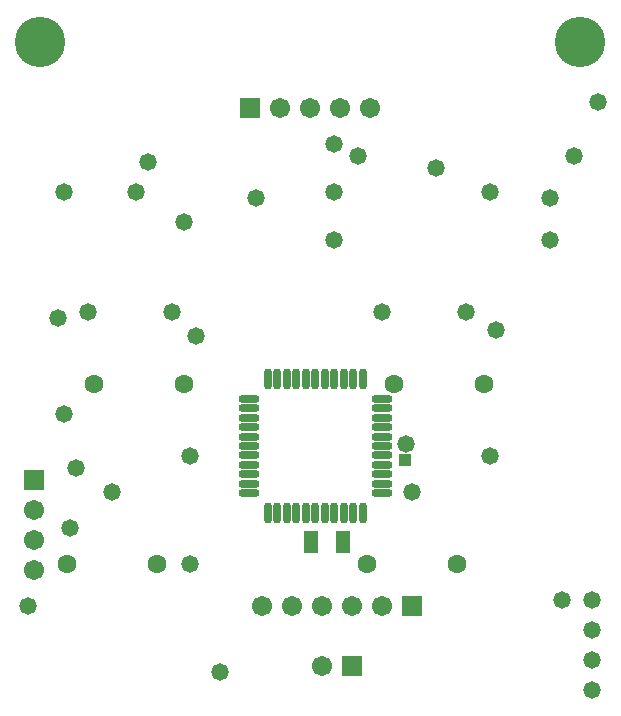
<source format=gbr>
G04 Layer_Color=16711935*
%FSLAX26Y26*%
%MOIN*%
%TF.FileFunction,Soldermask,Bot*%
%TF.Part,Single*%
G01*
G75*
%TA.AperFunction,SMDPad,CuDef*%
%ADD34R,0.043433X0.039496*%
%ADD35R,0.051307X0.074929*%
%TA.AperFunction,ComponentPad*%
%ADD39C,0.067055*%
%ADD40R,0.067055X0.067055*%
%ADD41C,0.063118*%
%ADD42R,0.067055X0.067055*%
%TA.AperFunction,ViaPad*%
%ADD43C,0.168000*%
%ADD44C,0.058000*%
%TA.AperFunction,SMDPad,CuDef*%
%ADD47O,0.070992X0.029654*%
%ADD48O,0.029654X0.070992*%
D34*
X2317559Y1806457D02*
D03*
Y1861575D02*
D03*
D35*
X2110709Y1534016D02*
D03*
X2004409D02*
D03*
D39*
X2040000Y1120000D02*
D03*
X1900000Y2980000D02*
D03*
X2000000D02*
D03*
X2100000D02*
D03*
X2200000D02*
D03*
X1080000Y1640000D02*
D03*
Y1540000D02*
D03*
Y1440000D02*
D03*
X1840000Y1320000D02*
D03*
X1940000D02*
D03*
X2040000D02*
D03*
X2140000D02*
D03*
X2240000D02*
D03*
D40*
X2140000Y1120000D02*
D03*
X1800000Y2980000D02*
D03*
X2340000Y1320000D02*
D03*
D41*
X1190000Y1460000D02*
D03*
X1490000D02*
D03*
X1280000Y2060000D02*
D03*
X1580000D02*
D03*
X2190000Y1460000D02*
D03*
X2490000D02*
D03*
X2280000Y2060000D02*
D03*
X2580000D02*
D03*
D42*
X1080000Y1740000D02*
D03*
D43*
X1100000Y3200000D02*
D03*
X2900000D02*
D03*
D44*
X1700000Y1100000D02*
D03*
X1600000Y1460000D02*
D03*
X2620000Y2240000D02*
D03*
X2800000Y2540000D02*
D03*
Y2680000D02*
D03*
X2960000Y3000000D02*
D03*
X2240000Y2300000D02*
D03*
X1420000Y2700000D02*
D03*
X1580000Y2600000D02*
D03*
X2080000Y2540000D02*
D03*
Y2700000D02*
D03*
X2420000Y2780000D02*
D03*
X2160000Y2820000D02*
D03*
X2080000Y2860000D02*
D03*
X2880000Y2820000D02*
D03*
X1460000Y2800000D02*
D03*
X1820000Y2680000D02*
D03*
X2520000Y2300000D02*
D03*
X2600000Y2700000D02*
D03*
X1180000D02*
D03*
Y1960000D02*
D03*
X1220000Y1780000D02*
D03*
X1200000Y1580000D02*
D03*
X1160000Y2280000D02*
D03*
X1540000Y2300000D02*
D03*
X1060000Y1320000D02*
D03*
X1620000Y2220000D02*
D03*
X1260000Y2300000D02*
D03*
X2320000Y1860000D02*
D03*
X1600000Y1820000D02*
D03*
X2600000D02*
D03*
X1340000Y1700000D02*
D03*
X2340000D02*
D03*
X2940000Y1040000D02*
D03*
Y1140000D02*
D03*
X2840000Y1340000D02*
D03*
X2940000Y1240000D02*
D03*
Y1340000D02*
D03*
D47*
X2240000Y2011496D02*
D03*
Y1980000D02*
D03*
Y1948504D02*
D03*
Y1917008D02*
D03*
Y1885512D02*
D03*
Y1854016D02*
D03*
Y1822520D02*
D03*
Y1791024D02*
D03*
Y1759528D02*
D03*
Y1728032D02*
D03*
Y1696535D02*
D03*
X1795118D02*
D03*
Y1728032D02*
D03*
Y1759528D02*
D03*
Y1791024D02*
D03*
Y1822520D02*
D03*
Y1854016D02*
D03*
Y1885512D02*
D03*
Y1917008D02*
D03*
Y1948504D02*
D03*
Y1980000D02*
D03*
Y2011496D02*
D03*
D48*
X2175039Y1631575D02*
D03*
X2143543D02*
D03*
X2112047D02*
D03*
X2080551D02*
D03*
X2049055D02*
D03*
X2017559D02*
D03*
X1986063D02*
D03*
X1954567D02*
D03*
X1923071D02*
D03*
X1891575D02*
D03*
X1860079D02*
D03*
Y2076457D02*
D03*
X1891575D02*
D03*
X1923071D02*
D03*
X1954567D02*
D03*
X1986063D02*
D03*
X2017559D02*
D03*
X2049055D02*
D03*
X2080551D02*
D03*
X2112047D02*
D03*
X2143543D02*
D03*
X2175039D02*
D03*
%TF.MD5,1139faafe4cb536b3d1c49e777fb4fd8*%
M02*

</source>
